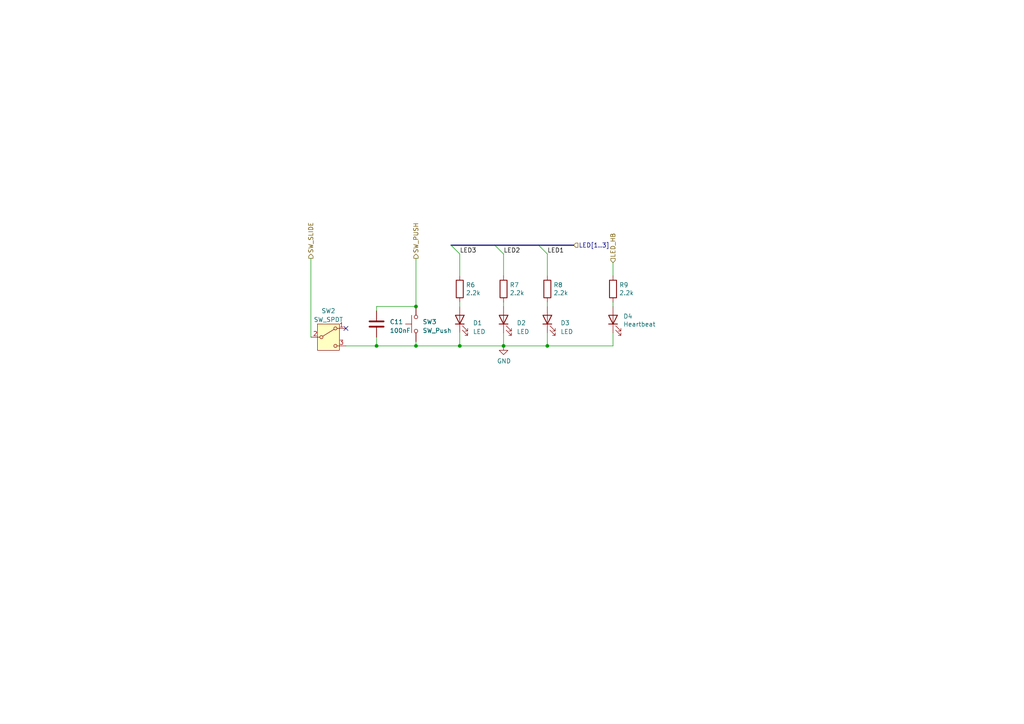
<source format=kicad_sch>
(kicad_sch (version 20231120) (generator "eeschema") (generator_version "8.0")
  (paper "A4")
  (lib_symbols
    (symbol "Device:C" (pin_numbers hide) (pin_names (offset 0.254))
      (property "Reference" "C" (at 0.635 2.54 0))
      (property "Value" "C" (at 0.635 -2.54 0))
      (symbol "C_0_1"
        (polyline (pts (xy -2.032 -0.762) (xy 2.032 -0.762)) (stroke (width 0.508)))
        (polyline (pts (xy -2.032 0.762) (xy 2.032 0.762)) (stroke (width 0.508)))
      )
      (symbol "C_1_1"
        (pin passive line (at 0 3.81 270) (length 2.794) (name "~") (number "1"))
        (pin passive line (at 0 -3.81 90) (length 2.794) (name "~") (number "2"))
      )
    )
    (symbol "Device:LED" (pin_numbers hide) (pin_names (offset 1.016) hide)
      (property "Reference" "D" (at 0 2.54 0))
      (property "Value" "LED" (at 0 -2.54 0))
      (symbol "LED_0_1"
        (polyline (pts (xy -1.27 -1.27) (xy -1.27 1.27)) (stroke (width 0.254)))
        (polyline (pts (xy -1.27 0) (xy 1.27 0)))
        (polyline (pts (xy 1.27 -1.27) (xy 1.27 1.27) (xy -1.27 0) (xy 1.27 -1.27)) (stroke (width 0.254)))
        (polyline (pts (xy -3.048 -0.762) (xy -4.572 -2.286) (xy -3.81 -2.286) (xy -4.572 -2.286) (xy -4.572 -1.524)))
        (polyline (pts (xy -1.778 -0.762) (xy -3.302 -2.286) (xy -2.54 -2.286) (xy -3.302 -2.286) (xy -3.302 -1.524)))
      )
      (symbol "LED_1_1"
        (pin passive line (at -3.81 0 0) (length 2.54) (name "K") (number "1"))
        (pin passive line (at 3.81 0 180) (length 2.54) (name "A") (number "2"))
      )
    )
    (symbol "Device:R" (pin_numbers hide) (pin_names (offset 0))
      (property "Reference" "R" (at 2.032 0 90))
      (property "Value" "R" (at 0 0 90))
      (symbol "R_0_1"
        (rectangle (start -1.016 -2.54) (end 1.016 2.54) (stroke (width 0.254)))
      )
      (symbol "R_1_1"
        (pin passive line (at 0 3.81 270) (length 1.27) (name "~") (number "1"))
        (pin passive line (at 0 -3.81 90) (length 1.27) (name "~") (number "2"))
      )
    )
    (symbol "Switch:SW_Push" (pin_numbers hide) (pin_names (offset 1.016) hide)
      (property "Reference" "SW" (at 1.27 2.54 0))
      (property "Value" "SW_Push" (at 0 -1.524 0))
      (symbol "SW_Push_0_1"
        (circle (center -2.032 0) (radius 0.508))
        (polyline (pts (xy 0 1.27) (xy 0 3.048)))
        (polyline (pts (xy 2.54 1.27) (xy -2.54 1.27)))
        (circle (center 2.032 0) (radius 0.508))
        (pin passive line (at -5.08 0 0) (length 2.54) (name "1") (number "1"))
        (pin passive line (at 5.08 0 180) (length 2.54) (name "2") (number "2"))
      )
    )
    (symbol "Switch:SW_SPDT" (pin_names (offset 0) hide)
      (property "Reference" "SW" (at 0 5.08 0))
      (property "Value" "SW_SPDT" (at 0 -5.08 0))
      (symbol "SW_SPDT_0_1"
        (circle (center -2.032 0) (radius 0.4572))
        (polyline (pts (xy -1.651 0.254) (xy 1.651 2.286)))
        (circle (center 2.032 -2.54) (radius 0.4572))
        (circle (center 2.032 2.54) (radius 0.4572))
      )
      (symbol "SW_SPDT_1_1"
        (rectangle (start -3.175 3.81) (end 3.175 -3.81) (fill (type background)))
        (pin passive line (at 5.08 2.54 180) (length 2.54) (name "A") (number "1"))
        (pin passive line (at -5.08 0 0) (length 2.54) (name "B") (number "2"))
        (pin passive line (at 5.08 -2.54 180) (length 2.54) (name "C") (number "3"))
      )
    )
    (symbol "power:GND" (power) (pin_numbers hide) (pin_names (offset 0) hide)
      (property "Value" "GND" (at 0 -3.81 0))
      (symbol "GND_0_1"
        (polyline (pts (xy 0 0) (xy 0 -1.27) (xy 1.27 -1.27) (xy 0 -2.54) (xy -1.27 -1.27) (xy 0 -1.27)))
      )
      (symbol "GND_1_1"
        (pin power_in line (at 0 0 270) (length 0) (name "~") (number "1"))
      )
    )
  )
  (junction (at 109.22 100.33))
  (junction (at 120.65 88.9))
  (junction (at 158.75 100.33))
  (junction (at 120.65 100.33))
  (junction (at 133.35 100.33))
  (junction (at 146.05 100.33))
  (no_connect (at 100.33 95.25))
  (bus_entry (at 130.81 71.12) (size 2.54 2.54))
  (bus_entry (at 143.51 71.12) (size 2.54 2.54))
  (bus_entry (at 156.21 71.12) (size 2.54 2.54))
  (wire (pts (xy 158.75 96.52) (xy 158.75 100.33)))
  (wire (pts (xy 109.22 97.79) (xy 109.22 100.33)))
  (wire (pts (xy 133.35 96.52) (xy 133.35 100.33)))
  (wire (pts (xy 146.05 73.66) (xy 146.05 80.01)))
  (bus (pts (xy 156.21 71.12) (xy 166.37 71.12)))
  (wire (pts (xy 133.35 73.66) (xy 133.35 80.01)))
  (wire (pts (xy 158.75 100.33) (xy 146.05 100.33)))
  (wire (pts (xy 158.75 87.63) (xy 158.75 88.9)))
  (wire (pts (xy 120.65 100.33) (xy 133.35 100.33)))
  (wire (pts (xy 100.33 100.33) (xy 109.22 100.33)))
  (wire (pts (xy 146.05 96.52) (xy 146.05 100.33)))
  (wire (pts (xy 90.17 74.93) (xy 90.17 97.79)))
  (bus (pts (xy 143.51 71.12) (xy 156.21 71.12)))
  (wire (pts (xy 158.75 73.66) (xy 158.75 80.01)))
  (wire (pts (xy 177.8 100.33) (xy 158.75 100.33)))
  (wire (pts (xy 177.8 76.2) (xy 177.8 80.01)))
  (wire (pts (xy 133.35 100.33) (xy 146.05 100.33)))
  (wire (pts (xy 146.05 87.63) (xy 146.05 88.9)))
  (wire (pts (xy 177.8 96.52) (xy 177.8 100.33)))
  (bus (pts (xy 130.81 71.12) (xy 143.51 71.12)))
  (wire (pts (xy 120.65 74.93) (xy 120.65 88.9)))
  (wire (pts (xy 120.65 99.06) (xy 120.65 100.33)))
  (wire (pts (xy 177.8 87.63) (xy 177.8 88.9)))
  (wire (pts (xy 109.22 90.17) (xy 109.22 88.9)))
  (wire (pts (xy 109.22 88.9) (xy 120.65 88.9)))
  (wire (pts (xy 109.22 100.33) (xy 120.65 100.33)))
  (wire (pts (xy 133.35 87.63) (xy 133.35 88.9)))
  (label "LED1" (at 158.75 73.66 0))
  (label "LED3" (at 133.35 73.66 0))
  (label "LED2" (at 146.05 73.66 0))
  (hierarchical_label "SW_PUSH" (shape output) (at 120.65 74.93 90))
  (hierarchical_label "LED[1..3]" (shape input) (at 166.37 71.12 0))
  (hierarchical_label "SW_SLIDE" (shape output) (at 90.17 74.93 90))
  (hierarchical_label "LED_HB" (shape input) (at 177.8 76.2 90))
  (symbol (lib_id "power:GND") (at 146.05 100.33 0) (unit 1)
    (property "Reference" "#PWR01" (effects (hide yes)))
    (property "Value" "GND" (at 146.177 104.7242 0))
    (property "Description" "Power symbol creates a global label with name \"GND\" , ground" (effects (hide yes)))
  )
  (symbol (lib_id "Device:LED") (at 158.75 92.71 90) (unit 1)
    (property "Reference" "D3" (at 162.56 93.6625 90) (effects (justify right)))
    (property "Value" "LED" (at 162.56 96.2025 90) (effects (justify right)))
    (property "Footprint" "LED_SMD:LED_0805_2012Metric" (effects (hide yes)))
    (property "Description" "Light emitting diode" (effects (hide yes)))
    (property "Mouser Part Number" "604-APTD2012LCGCK" (effects (hide yes)))
    (property "P/N" "APTD2012LCGCK" (effects (hide yes)))
  )
  (symbol (lib_id "Switch:SW_SPDT") (at 95.25 97.79 0) (unit 1)
    (property "Reference" "SW2" (at 95.25 90.17 0))
    (property "Value" "SW_SPDT" (at 95.25 92.71 0))
    (property "Footprint" "UTSVT_Mechanical:CJS-1200B_NDC" (effects (hide yes)))
    (property "Description" "Switch, single pole double throw" (effects (hide yes)))
    (property "Mouser Part Number" "229-CJS-1200TB1" (effects (hide yes)))
    (property "P/N" "CJS-1200TB1" (effects (hide yes)))
  )
  (symbol (lib_id "Device:C") (at 109.22 93.98 0) (unit 1)
    (property "Reference" "C11" (at 113.03 93.345 0) (effects (justify left)))
    (property "Value" "100nF" (at 113.03 95.885 0) (effects (justify left)))
    (property "Footprint" "Capacitor_SMD:C_0805_2012Metric" (effects (hide yes)))
    (property "Description" "Unpolarized capacitor" (effects (hide yes)))
    (property "Mouser Part Number" "80-C0805C104M5R" (effects (hide yes)))
    (property "P/N" "C0805C104M5RACTU" (effects (hide yes)))
  )
  (symbol (lib_id "Device:R") (at 133.35 83.82 0) (unit 1)
    (property "Reference" "R6" (at 135.128 82.6516 0) (effects (justify left)))
    (property "Value" "2.2k" (at 135.128 84.963 0) (effects (justify left)))
    (property "Footprint" "Resistor_SMD:R_0805_2012Metric" (effects (hide yes)))
    (property "Description" "Resistor" (effects (hide yes)))
    (property "Mouser Part Number" "Inventory" (effects (hide yes)))
    (property "P/N" "SDR10EZPF2200" (effects (hide yes)))
  )
  (symbol (lib_id "Device:R") (at 158.75 83.82 0) (unit 1)
    (property "Reference" "R8" (at 160.528 82.6516 0) (effects (justify left)))
    (property "Value" "2.2k" (at 160.528 84.963 0) (effects (justify left)))
    (property "Footprint" "Resistor_SMD:R_0805_2012Metric" (effects (hide yes)))
    (property "Description" "Resistor" (effects (hide yes)))
    (property "Mouser Part Number" "Inventory" (effects (hide yes)))
    (property "P/N" "SDR10EZPF2200" (effects (hide yes)))
  )
  (symbol (lib_id "Switch:SW_Push") (at 120.65 93.98 90) (unit 1)
    (property "Reference" "SW3" (at 122.555 93.345 90) (effects (justify right)))
    (property "Value" "SW_Push" (at 122.555 95.885 90) (effects (justify right)))
    (property "Footprint" "Button_Switch_SMD:SW_SPST_B3SL-1002P" (effects (hide yes)))
    (property "Description" "Push button switch, generic, two pins" (effects (hide yes)))
    (property "Mouser Part Number" "653-B3SL-1002P" (effects (hide yes)))
    (property "P/N" "B3SL-1002P" (effects (hide yes)))
  )
  (symbol (lib_id "Device:R") (at 177.8 83.82 0) (unit 1)
    (property "Reference" "R9" (at 179.578 82.6516 0) (effects (justify left)))
    (property "Value" "2.2k" (at 179.578 84.963 0) (effects (justify left)))
    (property "Footprint" "Resistor_SMD:R_0805_2012Metric" (effects (hide yes)))
    (property "Description" "Resistor" (effects (hide yes)))
    (property "Mouser Part Number" "Inventory" (effects (hide yes)))
    (property "P/N" "SDR10EZPF2200" (effects (hide yes)))
  )
  (symbol (lib_id "Device:LED") (at 146.05 92.71 90) (unit 1)
    (property "Reference" "D2" (at 149.86 93.6625 90) (effects (justify right)))
    (property "Value" "LED" (at 149.86 96.2025 90) (effects (justify right)))
    (property "Footprint" "LED_SMD:LED_0805_2012Metric" (effects (hide yes)))
    (property "Description" "Light emitting diode" (effects (hide yes)))
    (property "Mouser Part Number" "604-APTD2012LCGCK" (effects (hide yes)))
    (property "P/N" "APTD2012LCGCK" (effects (hide yes)))
  )
  (symbol (lib_id "Device:R") (at 146.05 83.82 0) (unit 1)
    (property "Reference" "R7" (at 147.828 82.6516 0) (effects (justify left)))
    (property "Value" "2.2k" (at 147.828 84.963 0) (effects (justify left)))
    (property "Footprint" "Resistor_SMD:R_0805_2012Metric" (effects (hide yes)))
    (property "Description" "Resistor" (effects (hide yes)))
    (property "Mouser Part Number" "Inventory" (effects (hide yes)))
    (property "P/N" "SDR10EZPF2200" (effects (hide yes)))
  )
  (symbol (lib_id "Device:LED") (at 133.35 92.71 90) (unit 1)
    (property "Reference" "D1" (at 137.16 93.6625 90) (effects (justify right)))
    (property "Value" "LED" (at 137.16 96.2025 90) (effects (justify right)))
    (property "Footprint" "LED_SMD:LED_0805_2012Metric" (effects (hide yes)))
    (property "Description" "Light emitting diode" (effects (hide yes)))
    (property "Mouser Part Number" "604-APTD2012LCGCK" (effects (hide yes)))
    (property "P/N" "APTD2012LCGCK" (effects (hide yes)))
  )
  (symbol (lib_id "Device:LED") (at 177.8 92.71 90) (unit 1)
    (property "Reference" "D4" (at 180.7718 91.7448 90) (effects (justify right)))
    (property "Value" "Heartbeat" (at 180.7718 94.0562 90) (effects (justify right)))
    (property "Footprint" "LED_SMD:LED_0805_2012Metric" (effects (hide yes)))
    (property "Description" "Light emitting diode" (effects (hide yes)))
    (property "Color" "Green" (effects (hide yes)))
    (property "P/N" "APTD2012LCGCK" (effects (hide yes)))
    (property "Mouser Part Number" "604-APTD2012LCGCK" (effects (hide yes)))
  )
)
</source>
